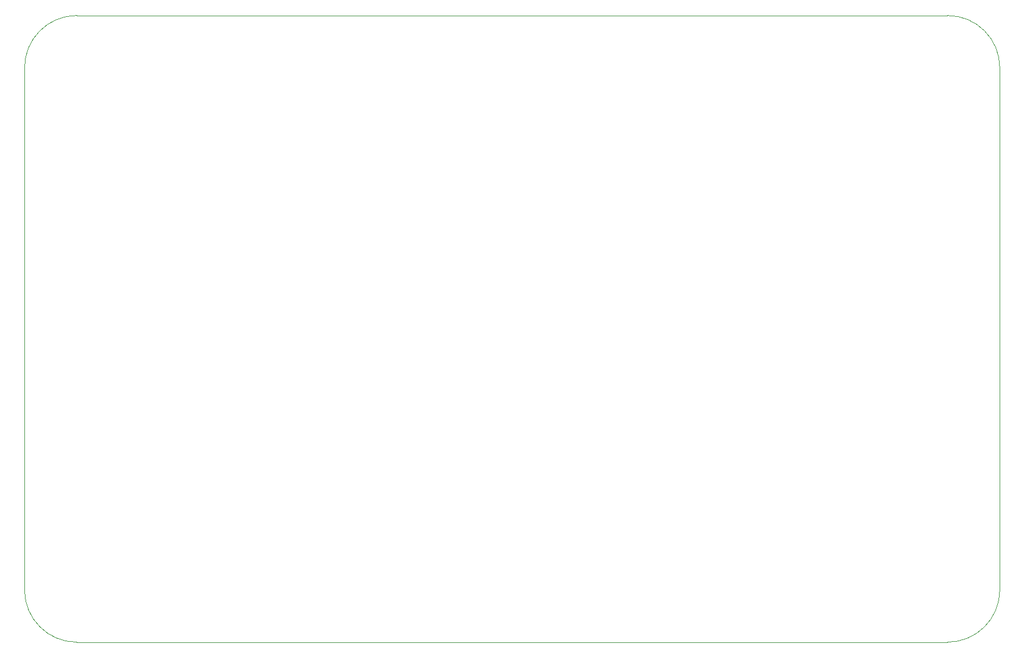
<source format=gbr>
From b5ea12bc78a52d32fb5c59e9b7ffdab06e773676 Mon Sep 17 00:00:00 2001
From: Blaise Thompson <blaise@untzag.com>
Date: Tue, 27 Jul 2021 16:55:04 -0500
Subject: revB

---
 PCB/gerber/thermoelectric-tube-Edge_Cuts.gbr | 46 ++++++++++++++++++++++++++++
 1 file changed, 46 insertions(+)
 create mode 100644 PCB/gerber/thermoelectric-tube-Edge_Cuts.gbr

(limited to 'PCB/gerber/thermoelectric-tube-Edge_Cuts.gbr')

diff --git a/PCB/gerber/thermoelectric-tube-Edge_Cuts.gbr b/PCB/gerber/thermoelectric-tube-Edge_Cuts.gbr
new file mode 100644
index 0000000..a76523d
--- /dev/null
+++ b/PCB/gerber/thermoelectric-tube-Edge_Cuts.gbr
@@ -0,0 +1,46 @@
+G04 #@! TF.GenerationSoftware,KiCad,Pcbnew,5.1.8+dfsg1-1+b1*
+G04 #@! TF.CreationDate,2021-07-27T16:42:41-05:00*
+G04 #@! TF.ProjectId,thermoelectric-tube,74686572-6d6f-4656-9c65-63747269632d,B*
+G04 #@! TF.SameCoordinates,Original*
+G04 #@! TF.FileFunction,Profile,NP*
+%FSLAX46Y46*%
+G04 Gerber Fmt 4.6, Leading zero omitted, Abs format (unit mm)*
+G04 Created by KiCad (PCBNEW 5.1.8+dfsg1-1+b1) date 2021-07-27 16:42:41*
+%MOMM*%
+%LPD*%
+G01*
+G04 APERTURE LIST*
+G04 #@! TA.AperFunction,Profile*
+%ADD10C,0.050000*%
+G04 #@! TD*
+G04 APERTURE END LIST*
+D10*
+X50800000Y-43180000D02*
+X177800000Y-43180000D01*
+X43180000Y-127000000D02*
+X43180000Y-50800000D01*
+X177800000Y-134620000D02*
+X50800000Y-134620000D01*
+X185420000Y-50800000D02*
+X185420000Y-127000000D01*
+X43180000Y-50800000D02*
+G75*
+G02*
+X50800000Y-43180000I7620000J0D01*
+G01*
+X177800000Y-43180000D02*
+G75*
+G02*
+X185420000Y-50800000I0J-7620000D01*
+G01*
+X185420000Y-127000000D02*
+G75*
+G02*
+X177800000Y-134620000I-7620000J0D01*
+G01*
+X50800000Y-134620000D02*
+G75*
+G02*
+X43180000Y-127000000I0J7620000D01*
+G01*
+M02*
-- 
cgit v1.2.3


</source>
